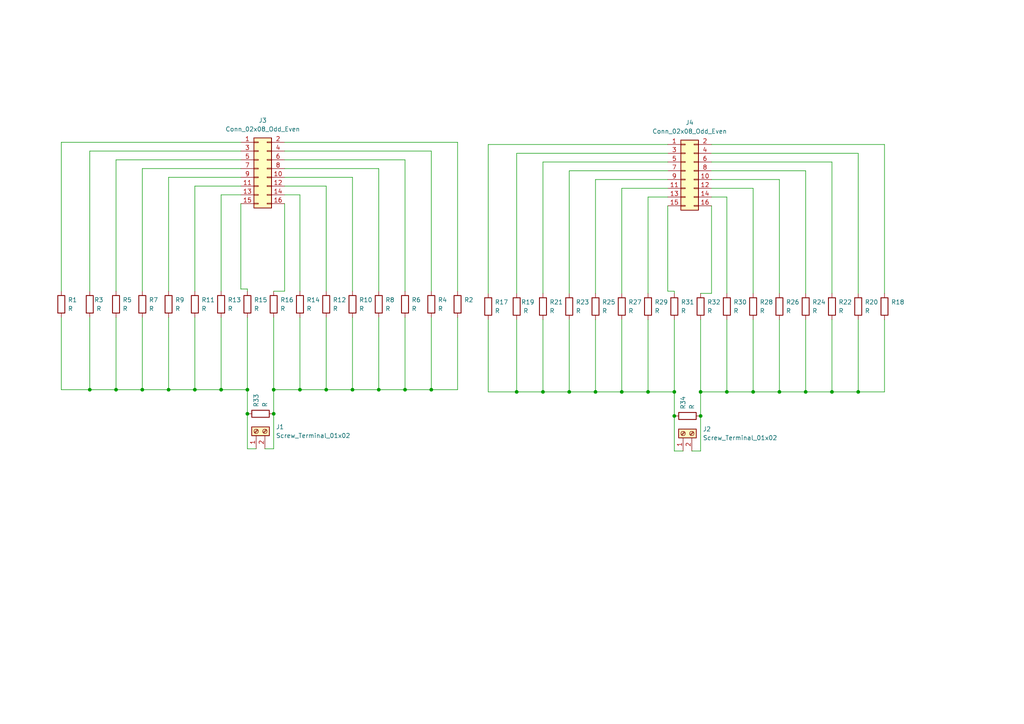
<source format=kicad_sch>
(kicad_sch (version 20230121) (generator eeschema)
  (paper "A4")
  (lib_symbols
    (symbol "Connector:Screw_Terminal_01x02" (pin_names (offset 1.016) hide)
      (property "Reference" "J" (at 0 2.54 0))
      (property "Value" "Screw_Terminal_01x02" (at 0 -5.08 0))
      (symbol "Screw_Terminal_01x02_1_1"
        (rectangle (start -1.27 1.27) (end 1.27 -3.81) (stroke (width 0.254)) (fill (type background)))
        (circle (center 0 -2.54) (radius 0.635) (stroke (width 0.1524)))
        (polyline (pts (xy -0.5334 -2.2098) (xy 0.3302 -3.048)) (stroke (width 0.1524)))
        (polyline (pts (xy -0.5334 0.3302) (xy 0.3302 -0.508)) (stroke (width 0.1524)))
        (polyline (pts (xy -0.3556 -2.032) (xy 0.508 -2.8702)) (stroke (width 0.1524)))
        (polyline (pts (xy -0.3556 0.508) (xy 0.508 -0.3302)) (stroke (width 0.1524)))
        (circle (center 0 0) (radius 0.635) (stroke (width 0.1524)))
        (pin passive line (at -5.08 0 0) (length 3.81) (name "Pin_1") (number "1"))
        (pin passive line (at -5.08 -2.54 0) (length 3.81) (name "Pin_2") (number "2"))
      )
    )
    (symbol "Connector_Generic:Conn_02x08_Odd_Even" (pin_names (offset 1.016) hide)
      (property "Reference" "J" (at 1.27 10.16 0))
      (property "Value" "Conn_02x08_Odd_Even" (at 1.27 -12.7 0))
      (symbol "Conn_02x08_Odd_Even_1_1"
        (rectangle (start -1.27 -10.033) (end 0 -10.287) (stroke (width 0.1524)))
        (rectangle (start -1.27 -7.493) (end 0 -7.747) (stroke (width 0.1524)))
        (rectangle (start -1.27 -4.953) (end 0 -5.207) (stroke (width 0.1524)))
        (rectangle (start -1.27 -2.413) (end 0 -2.667) (stroke (width 0.1524)))
        (rectangle (start -1.27 0.127) (end 0 -0.127) (stroke (width 0.1524)))
        (rectangle (start -1.27 2.667) (end 0 2.413) (stroke (width 0.1524)))
        (rectangle (start -1.27 5.207) (end 0 4.953) (stroke (width 0.1524)))
        (rectangle (start -1.27 7.747) (end 0 7.493) (stroke (width 0.1524)))
        (rectangle (start -1.27 8.89) (end 3.81 -11.43) (stroke (width 0.254)) (fill (type background)))
        (rectangle (start 3.81 -10.033) (end 2.54 -10.287) (stroke (width 0.1524)))
        (rectangle (start 3.81 -7.493) (end 2.54 -7.747) (stroke (width 0.1524)))
        (rectangle (start 3.81 -4.953) (end 2.54 -5.207) (stroke (width 0.1524)))
        (rectangle (start 3.81 -2.413) (end 2.54 -2.667) (stroke (width 0.1524)))
        (rectangle (start 3.81 0.127) (end 2.54 -0.127) (stroke (width 0.1524)))
        (rectangle (start 3.81 2.667) (end 2.54 2.413) (stroke (width 0.1524)))
        (rectangle (start 3.81 5.207) (end 2.54 4.953) (stroke (width 0.1524)))
        (rectangle (start 3.81 7.747) (end 2.54 7.493) (stroke (width 0.1524)))
        (pin passive line (at -5.08 7.62 0) (length 3.81) (name "Pin_1") (number "1"))
        (pin passive line (at 7.62 -2.54 180) (length 3.81) (name "Pin_10") (number "10"))
        (pin passive line (at -5.08 -5.08 0) (length 3.81) (name "Pin_11") (number "11"))
        (pin passive line (at 7.62 -5.08 180) (length 3.81) (name "Pin_12") (number "12"))
        (pin passive line (at -5.08 -7.62 0) (length 3.81) (name "Pin_13") (number "13"))
        (pin passive line (at 7.62 -7.62 180) (length 3.81) (name "Pin_14") (number "14"))
        (pin passive line (at -5.08 -10.16 0) (length 3.81) (name "Pin_15") (number "15"))
        (pin passive line (at 7.62 -10.16 180) (length 3.81) (name "Pin_16") (number "16"))
        (pin passive line (at 7.62 7.62 180) (length 3.81) (name "Pin_2") (number "2"))
        (pin passive line (at -5.08 5.08 0) (length 3.81) (name "Pin_3") (number "3"))
        (pin passive line (at 7.62 5.08 180) (length 3.81) (name "Pin_4") (number "4"))
        (pin passive line (at -5.08 2.54 0) (length 3.81) (name "Pin_5") (number "5"))
        (pin passive line (at 7.62 2.54 180) (length 3.81) (name "Pin_6") (number "6"))
        (pin passive line (at -5.08 0 0) (length 3.81) (name "Pin_7") (number "7"))
        (pin passive line (at 7.62 0 180) (length 3.81) (name "Pin_8") (number "8"))
        (pin passive line (at -5.08 -2.54 0) (length 3.81) (name "Pin_9") (number "9"))
      )
    )
    (symbol "Device:R" (pin_numbers hide) (pin_names (offset 0))
      (property "Reference" "R" (at 2.032 0 90))
      (property "Value" "R" (at 0 0 90))
      (symbol "R_0_1"
        (rectangle (start -1.016 -2.54) (end 1.016 2.54) (stroke (width 0.254)))
      )
      (symbol "R_1_1"
        (pin passive line (at 0 3.81 270) (length 1.27) (name "~") (number "1"))
        (pin passive line (at 0 -3.81 90) (length 1.27) (name "~") (number "2"))
      )
    )
  )
  (junction (at 172.72 113.665))
  (junction (at 241.3 113.665))
  (junction (at 203.2 120.65))
  (junction (at 94.615 113.03))
  (junction (at 157.48 113.665))
  (junction (at 41.275 113.03))
  (junction (at 187.96 113.665))
  (junction (at 117.475 113.03))
  (junction (at 48.895 113.03))
  (junction (at 64.135 113.03))
  (junction (at 180.34 113.665))
  (junction (at 26.035 113.03))
  (junction (at 102.235 113.03))
  (junction (at 125.095 113.03))
  (junction (at 210.82 113.665))
  (junction (at 195.58 113.665))
  (junction (at 195.58 120.65))
  (junction (at 149.86 113.665))
  (junction (at 165.1 113.665))
  (junction (at 233.68 113.665))
  (junction (at 86.995 113.03))
  (junction (at 71.755 113.03))
  (junction (at 79.375 113.03))
  (junction (at 56.515 113.03))
  (junction (at 218.44 113.665))
  (junction (at 226.06 113.665))
  (junction (at 248.92 113.665))
  (junction (at 71.755 120.015))
  (junction (at 109.855 113.03))
  (junction (at 79.375 120.015))
  (junction (at 203.2 113.665))
  (junction (at 33.655 113.03))
  (wire (pts (xy 187.96 57.15) (xy 187.96 85.09)))
  (wire (pts (xy 218.44 113.665) (xy 226.06 113.665)))
  (wire (pts (xy 102.235 113.03) (xy 109.855 113.03)))
  (wire (pts (xy 82.55 59.055) (xy 82.55 84.455)))
  (wire (pts (xy 109.855 48.895) (xy 109.855 84.455)))
  (wire (pts (xy 195.58 120.65) (xy 195.58 130.81)))
  (wire (pts (xy 193.675 54.61) (xy 180.34 54.61)))
  (wire (pts (xy 17.78 41.275) (xy 17.78 84.455)))
  (wire (pts (xy 79.375 120.015) (xy 79.375 130.175)))
  (wire (pts (xy 94.615 113.03) (xy 102.235 113.03)))
  (wire (pts (xy 33.655 113.03) (xy 26.035 113.03)))
  (wire (pts (xy 180.34 113.665) (xy 187.96 113.665)))
  (wire (pts (xy 82.55 43.815) (xy 125.095 43.815)))
  (wire (pts (xy 86.995 84.455) (xy 86.995 56.515)))
  (wire (pts (xy 248.92 92.71) (xy 248.92 113.665)))
  (wire (pts (xy 109.855 113.03) (xy 117.475 113.03)))
  (wire (pts (xy 69.85 53.975) (xy 56.515 53.975)))
  (wire (pts (xy 26.035 92.075) (xy 26.035 113.03)))
  (wire (pts (xy 71.755 92.075) (xy 71.755 113.03)))
  (wire (pts (xy 149.86 92.71) (xy 149.86 113.665)))
  (wire (pts (xy 206.375 46.99) (xy 241.3 46.99)))
  (wire (pts (xy 165.1 49.53) (xy 165.1 85.09)))
  (wire (pts (xy 226.06 85.09) (xy 226.06 52.07)))
  (wire (pts (xy 241.3 46.99) (xy 241.3 85.09)))
  (wire (pts (xy 94.615 92.075) (xy 94.615 113.03)))
  (wire (pts (xy 210.82 57.15) (xy 206.375 57.15)))
  (wire (pts (xy 26.035 113.03) (xy 17.78 113.03)))
  (wire (pts (xy 94.615 53.975) (xy 94.615 84.455)))
  (wire (pts (xy 117.475 92.075) (xy 117.475 113.03)))
  (wire (pts (xy 198.12 130.81) (xy 195.58 130.81)))
  (wire (pts (xy 210.82 85.09) (xy 210.82 57.15)))
  (wire (pts (xy 79.375 92.075) (xy 79.375 113.03)))
  (wire (pts (xy 157.48 113.665) (xy 165.1 113.665)))
  (wire (pts (xy 195.58 92.71) (xy 195.58 113.665)))
  (wire (pts (xy 256.54 92.71) (xy 256.54 113.665)))
  (wire (pts (xy 193.675 59.69) (xy 193.675 84.455)))
  (wire (pts (xy 141.605 92.71) (xy 141.605 113.665)))
  (wire (pts (xy 256.54 41.91) (xy 256.54 85.09)))
  (wire (pts (xy 172.72 52.07) (xy 172.72 85.09)))
  (wire (pts (xy 69.85 56.515) (xy 64.135 56.515)))
  (wire (pts (xy 109.855 92.075) (xy 109.855 113.03)))
  (wire (pts (xy 157.48 46.99) (xy 193.675 46.99)))
  (wire (pts (xy 193.675 57.15) (xy 187.96 57.15)))
  (wire (pts (xy 157.48 92.71) (xy 157.48 113.665)))
  (wire (pts (xy 125.095 43.815) (xy 125.095 84.455)))
  (wire (pts (xy 86.995 56.515) (xy 82.55 56.515)))
  (wire (pts (xy 125.095 92.075) (xy 125.095 113.03)))
  (wire (pts (xy 41.275 48.895) (xy 41.275 84.455)))
  (wire (pts (xy 233.68 92.71) (xy 233.68 113.665)))
  (wire (pts (xy 26.035 43.815) (xy 26.035 84.455)))
  (wire (pts (xy 102.235 84.455) (xy 102.235 51.435)))
  (wire (pts (xy 79.375 130.175) (xy 76.835 130.175)))
  (wire (pts (xy 69.85 51.435) (xy 48.895 51.435)))
  (wire (pts (xy 233.68 49.53) (xy 233.68 85.09)))
  (wire (pts (xy 69.85 59.055) (xy 69.85 83.82)))
  (wire (pts (xy 74.295 130.175) (xy 71.755 130.175)))
  (wire (pts (xy 241.3 92.71) (xy 241.3 113.665)))
  (wire (pts (xy 210.82 113.665) (xy 218.44 113.665)))
  (wire (pts (xy 48.895 51.435) (xy 48.895 84.455)))
  (wire (pts (xy 203.2 85.09) (xy 206.375 85.09)))
  (wire (pts (xy 226.06 113.665) (xy 233.68 113.665)))
  (wire (pts (xy 48.895 113.03) (xy 56.515 113.03)))
  (wire (pts (xy 203.2 130.81) (xy 200.66 130.81)))
  (wire (pts (xy 233.68 113.665) (xy 241.3 113.665)))
  (wire (pts (xy 17.78 92.075) (xy 17.78 113.03)))
  (wire (pts (xy 86.995 113.03) (xy 94.615 113.03)))
  (wire (pts (xy 64.135 56.515) (xy 64.135 84.455)))
  (wire (pts (xy 71.755 83.82) (xy 71.755 84.455)))
  (wire (pts (xy 248.92 113.665) (xy 256.54 113.665)))
  (wire (pts (xy 71.755 120.015) (xy 71.755 130.175)))
  (wire (pts (xy 33.655 46.355) (xy 69.85 46.355)))
  (wire (pts (xy 193.675 44.45) (xy 149.86 44.45)))
  (wire (pts (xy 33.655 113.03) (xy 41.275 113.03)))
  (wire (pts (xy 203.2 92.71) (xy 203.2 113.665)))
  (wire (pts (xy 172.72 92.71) (xy 172.72 113.665)))
  (wire (pts (xy 69.85 48.895) (xy 41.275 48.895)))
  (wire (pts (xy 56.515 53.975) (xy 56.515 84.455)))
  (wire (pts (xy 117.475 46.355) (xy 117.475 84.455)))
  (wire (pts (xy 132.715 41.275) (xy 132.715 84.455)))
  (wire (pts (xy 193.675 41.91) (xy 141.605 41.91)))
  (wire (pts (xy 71.755 113.03) (xy 71.755 120.015)))
  (wire (pts (xy 149.86 44.45) (xy 149.86 85.09)))
  (wire (pts (xy 82.55 46.355) (xy 117.475 46.355)))
  (wire (pts (xy 141.605 41.91) (xy 141.605 85.09)))
  (wire (pts (xy 64.135 113.03) (xy 71.755 113.03)))
  (wire (pts (xy 69.85 41.275) (xy 17.78 41.275)))
  (wire (pts (xy 149.86 113.665) (xy 141.605 113.665)))
  (wire (pts (xy 180.34 92.71) (xy 180.34 113.665)))
  (wire (pts (xy 82.55 41.275) (xy 132.715 41.275)))
  (wire (pts (xy 206.375 49.53) (xy 233.68 49.53)))
  (wire (pts (xy 193.675 49.53) (xy 165.1 49.53)))
  (wire (pts (xy 41.275 92.075) (xy 41.275 113.03)))
  (wire (pts (xy 79.375 113.03) (xy 86.995 113.03)))
  (wire (pts (xy 69.85 83.82) (xy 71.755 83.82)))
  (wire (pts (xy 79.375 120.015) (xy 79.375 113.03)))
  (wire (pts (xy 180.34 54.61) (xy 180.34 85.09)))
  (wire (pts (xy 157.48 113.665) (xy 149.86 113.665)))
  (wire (pts (xy 33.655 84.455) (xy 33.655 46.355)))
  (wire (pts (xy 206.375 59.69) (xy 206.375 85.09)))
  (wire (pts (xy 125.095 113.03) (xy 132.715 113.03)))
  (wire (pts (xy 165.1 92.71) (xy 165.1 113.665)))
  (wire (pts (xy 82.55 48.895) (xy 109.855 48.895)))
  (wire (pts (xy 226.06 92.71) (xy 226.06 113.665)))
  (wire (pts (xy 157.48 85.09) (xy 157.48 46.99)))
  (wire (pts (xy 193.675 84.455) (xy 195.58 84.455)))
  (wire (pts (xy 241.3 113.665) (xy 248.92 113.665)))
  (wire (pts (xy 172.72 113.665) (xy 180.34 113.665)))
  (wire (pts (xy 187.96 92.71) (xy 187.96 113.665)))
  (wire (pts (xy 195.58 84.455) (xy 195.58 85.09)))
  (wire (pts (xy 86.995 92.075) (xy 86.995 113.03)))
  (wire (pts (xy 218.44 92.71) (xy 218.44 113.665)))
  (wire (pts (xy 56.515 92.075) (xy 56.515 113.03)))
  (wire (pts (xy 210.82 92.71) (xy 210.82 113.665)))
  (wire (pts (xy 41.275 113.03) (xy 48.895 113.03)))
  (wire (pts (xy 165.1 113.665) (xy 172.72 113.665)))
  (wire (pts (xy 79.375 84.455) (xy 82.55 84.455)))
  (wire (pts (xy 206.375 52.07) (xy 226.06 52.07)))
  (wire (pts (xy 203.2 113.665) (xy 210.82 113.665)))
  (wire (pts (xy 56.515 113.03) (xy 64.135 113.03)))
  (wire (pts (xy 102.235 92.075) (xy 102.235 113.03)))
  (wire (pts (xy 206.375 54.61) (xy 218.44 54.61)))
  (wire (pts (xy 48.895 92.075) (xy 48.895 113.03)))
  (wire (pts (xy 203.2 120.65) (xy 203.2 113.665)))
  (wire (pts (xy 195.58 113.665) (xy 195.58 120.65)))
  (wire (pts (xy 193.675 52.07) (xy 172.72 52.07)))
  (wire (pts (xy 187.96 113.665) (xy 195.58 113.665)))
  (wire (pts (xy 206.375 41.91) (xy 256.54 41.91)))
  (wire (pts (xy 117.475 113.03) (xy 125.095 113.03)))
  (wire (pts (xy 203.2 120.65) (xy 203.2 130.81)))
  (wire (pts (xy 82.55 51.435) (xy 102.235 51.435)))
  (wire (pts (xy 248.92 44.45) (xy 248.92 85.09)))
  (wire (pts (xy 218.44 54.61) (xy 218.44 85.09)))
  (wire (pts (xy 69.85 43.815) (xy 26.035 43.815)))
  (wire (pts (xy 33.655 92.075) (xy 33.655 113.03)))
  (wire (pts (xy 82.55 53.975) (xy 94.615 53.975)))
  (wire (pts (xy 206.375 44.45) (xy 248.92 44.45)))
  (wire (pts (xy 132.715 92.075) (xy 132.715 113.03)))
  (wire (pts (xy 64.135 92.075) (xy 64.135 113.03)))
  (symbol (lib_id "Device:R") (at 210.82 88.9 0) (unit 1)
    (property "Reference" "R30" (at 212.725 87.63 0) (effects (justify left)))
    (property "Value" "R" (at 212.725 90.17 0) (effects (justify left)))
    (property "Footprint" "Resistor_THT:R_Axial_DIN0207_L6.3mm_D2.5mm_P7.62mm_Horizontal" (effects hide))
  )
  (symbol (lib_id "Device:R") (at 256.54 88.9 0) (unit 1)
    (property "Reference" "R18" (at 258.445 87.63 0) (effects (justify left)))
    (property "Value" "R" (effects hide))
    (property "Footprint" "Resistor_THT:R_Axial_DIN0207_L6.3mm_D2.5mm_P7.62mm_Horizontal" (effects hide))
  )
  (symbol (lib_id "Connector:Screw_Terminal_01x02") (at 74.295 125.095 90) (unit 1)
    (property "Reference" "J1" (at 80.01 123.825 90) (effects (justify right)))
    (property "Value" "Screw_Terminal_01x02" (at 80.01 126.365 90) (effects (justify right)))
    (property "Footprint" "TerminalBlock_Phoenix:TerminalBlock_Phoenix_MKDS-1,5-2-5.08_1x02_P5.08mm_Horizontal" (effects hide))
  )
  (symbol (lib_id "Device:R") (at 233.68 88.9 0) (unit 1)
    (property "Reference" "R24" (at 235.585 87.63 0) (effects (justify left)))
    (property "Value" "R" (at 235.585 90.17 0) (effects (justify left)))
    (property "Footprint" "Resistor_THT:R_Axial_DIN0207_L6.3mm_D2.5mm_P7.62mm_Horizontal" (effects hide))
  )
  (symbol (lib_id "Connector_Generic:Conn_02x08_Odd_Even") (at 74.93 48.895 0) (unit 1)
    (property "Reference" "J3" (at 76.2 34.925 0))
    (property "Value" "Conn_02x08_Odd_Even" (at 76.2 37.465 0))
    (property "Footprint" "Connector_IDC:IDC-Header_2x08_P2.54mm_Vertical" (effects hide))
  )
  (symbol (lib_id "Device:R") (at 17.78 88.265 0) (unit 1)
    (property "Reference" "R1" (at 19.685 86.995 0) (effects (justify left)))
    (property "Value" "R" (at 19.685 89.535 0) (effects (justify left)))
    (property "Footprint" "Resistor_THT:R_Axial_DIN0207_L6.3mm_D2.5mm_P7.62mm_Horizontal" (effects hide))
  )
  (symbol (lib_id "Device:R") (at 109.855 88.265 0) (unit 1)
    (property "Reference" "R8" (at 111.76 86.995 0) (effects (justify left)))
    (property "Value" "R" (at 111.76 89.535 0) (effects (justify left)))
    (property "Footprint" "Resistor_THT:R_Axial_DIN0207_L6.3mm_D2.5mm_P7.62mm_Horizontal" (effects hide))
  )
  (symbol (lib_id "Device:R") (at 33.655 88.265 0) (unit 1)
    (property "Reference" "R5" (at 35.56 86.995 0) (effects (justify left)))
    (property "Value" "R" (at 35.56 89.535 0) (effects (justify left)))
    (property "Footprint" "Resistor_THT:R_Axial_DIN0207_L6.3mm_D2.5mm_P7.62mm_Horizontal" (effects hide))
  )
  (symbol (lib_id "Device:R") (at 149.86 88.9 0) (unit 1)
    (property "Reference" "R19" (at 151.13 87.63 0) (effects (justify left)))
    (property "Value" "R" (at 151.765 90.17 0) (effects (justify left)))
    (property "Footprint" "Resistor_THT:R_Axial_DIN0207_L6.3mm_D2.5mm_P7.62mm_Horizontal" (effects hide))
  )
  (symbol (lib_id "Device:R") (at 86.995 88.265 0) (unit 1)
    (property "Reference" "R14" (at 88.9 86.995 0) (effects (justify left)))
    (property "Value" "R" (at 88.9 89.535 0) (effects (justify left)))
    (property "Footprint" "Resistor_THT:R_Axial_DIN0207_L6.3mm_D2.5mm_P7.62mm_Horizontal" (effects hide))
  )
  (symbol (lib_id "Device:R") (at 125.095 88.265 0) (unit 1)
    (property "Reference" "R4" (at 127 86.995 0) (effects (justify left)))
    (property "Value" "R" (at 127 89.535 0) (effects (justify left)))
    (property "Footprint" "Resistor_THT:R_Axial_DIN0207_L6.3mm_D2.5mm_P7.62mm_Horizontal" (effects hide))
  )
  (symbol (lib_id "Device:R") (at 94.615 88.265 0) (unit 1)
    (property "Reference" "R12" (at 96.52 86.995 0) (effects (justify left)))
    (property "Value" "R" (at 96.52 89.535 0) (effects (justify left)))
    (property "Footprint" "Resistor_THT:R_Axial_DIN0207_L6.3mm_D2.5mm_P7.62mm_Horizontal" (effects hide))
  )
  (symbol (lib_id "Connector_Generic:Conn_02x08_Odd_Even") (at 198.755 49.53 0) (unit 1)
    (property "Reference" "J4" (at 200.025 35.56 0))
    (property "Value" "Conn_02x08_Odd_Even" (at 200.025 38.1 0))
    (property "Footprint" "Connector_IDC:IDC-Header_2x08_P2.54mm_Vertical" (effects hide))
  )
  (symbol (lib_id "Device:R") (at 117.475 88.265 0) (unit 1)
    (property "Reference" "R6" (at 119.38 86.995 0) (effects (justify left)))
    (property "Value" "R" (at 119.38 89.535 0) (effects (justify left)))
    (property "Footprint" "Resistor_THT:R_Axial_DIN0207_L6.3mm_D2.5mm_P7.62mm_Horizontal" (effects hide))
  )
  (symbol (lib_id "Device:R") (at 75.565 120.015 90) (unit 1)
    (property "Reference" "R33" (at 74.295 118.11 0) (effects (justify left)))
    (property "Value" "R" (at 76.835 118.11 0) (effects (justify left)))
    (property "Footprint" "Resistor_THT:R_Axial_DIN0207_L6.3mm_D2.5mm_P7.62mm_Horizontal" (effects hide))
  )
  (symbol (lib_id "Device:R") (at 26.035 88.265 0) (unit 1)
    (property "Reference" "R3" (at 27.305 86.995 0) (effects (justify left)))
    (property "Value" "R" (at 27.94 89.535 0) (effects (justify left)))
    (property "Footprint" "Resistor_THT:R_Axial_DIN0207_L6.3mm_D2.5mm_P7.62mm_Horizontal" (effects hide))
  )
  (symbol (lib_id "Device:R") (at 248.92 88.9 0) (unit 1)
    (property "Reference" "R20" (at 250.825 87.63 0) (effects (justify left)))
    (property "Value" "R" (at 250.825 90.17 0) (effects (justify left)))
    (property "Footprint" "Resistor_THT:R_Axial_DIN0207_L6.3mm_D2.5mm_P7.62mm_Horizontal" (effects hide))
  )
  (symbol (lib_id "Device:R") (at 195.58 88.9 0) (unit 1)
    (property "Reference" "R31" (at 197.485 87.63 0) (effects (justify left)))
    (property "Value" "R" (at 197.485 90.17 0) (effects (justify left)))
    (property "Footprint" "Resistor_THT:R_Axial_DIN0207_L6.3mm_D2.5mm_P7.62mm_Horizontal" (effects hide))
  )
  (symbol (lib_id "Device:R") (at 226.06 88.9 0) (unit 1)
    (property "Reference" "R26" (at 227.965 87.63 0) (effects (justify left)))
    (property "Value" "R" (at 227.965 90.17 0) (effects (justify left)))
    (property "Footprint" "Resistor_THT:R_Axial_DIN0207_L6.3mm_D2.5mm_P7.62mm_Horizontal" (effects hide))
  )
  (symbol (lib_id "Device:R") (at 218.44 88.9 0) (unit 1)
    (property "Reference" "R28" (at 220.345 87.63 0) (effects (justify left)))
    (property "Value" "R" (at 220.345 90.17 0) (effects (justify left)))
    (property "Footprint" "Resistor_THT:R_Axial_DIN0207_L6.3mm_D2.5mm_P7.62mm_Horizontal" (effects hide))
  )
  (symbol (lib_id "Device:R") (at 165.1 88.9 0) (unit 1)
    (property "Reference" "R23" (at 167.005 87.63 0) (effects (justify left)))
    (property "Value" "R" (at 167.005 90.17 0) (effects (justify left)))
    (property "Footprint" "Resistor_THT:R_Axial_DIN0207_L6.3mm_D2.5mm_P7.62mm_Horizontal" (effects hide))
  )
  (symbol (lib_id "Connector:Screw_Terminal_01x02") (at 198.12 125.73 90) (unit 1)
    (property "Reference" "J2" (at 203.835 124.46 90) (effects (justify right)))
    (property "Value" "Screw_Terminal_01x02" (at 203.835 127 90) (effects (justify right)))
    (property "Footprint" "TerminalBlock_Phoenix:TerminalBlock_Phoenix_MKDS-1,5-2-5.08_1x02_P5.08mm_Horizontal" (effects hide))
  )
  (symbol (lib_id "Device:R") (at 132.715 88.265 0) (unit 1)
    (property "Reference" "R2" (at 134.62 86.995 0) (effects (justify left)))
    (property "Value" "R" (effects hide))
    (property "Footprint" "Resistor_THT:R_Axial_DIN0207_L6.3mm_D2.5mm_P7.62mm_Horizontal" (effects hide))
  )
  (symbol (lib_id "Device:R") (at 157.48 88.9 0) (unit 1)
    (property "Reference" "R21" (at 159.385 87.63 0) (effects (justify left)))
    (property "Value" "R" (at 159.385 90.17 0) (effects (justify left)))
    (property "Footprint" "Resistor_THT:R_Axial_DIN0207_L6.3mm_D2.5mm_P7.62mm_Horizontal" (effects hide))
  )
  (symbol (lib_id "Device:R") (at 199.39 120.65 90) (unit 1)
    (property "Reference" "R34" (at 198.12 118.745 0) (effects (justify left)))
    (property "Value" "R" (at 200.66 118.745 0) (effects (justify left)))
    (property "Footprint" "Resistor_THT:R_Axial_DIN0207_L6.3mm_D2.5mm_P7.62mm_Horizontal" (effects hide))
  )
  (symbol (lib_id "Device:R") (at 71.755 88.265 0) (unit 1)
    (property "Reference" "R15" (at 73.66 86.995 0) (effects (justify left)))
    (property "Value" "R" (at 73.66 89.535 0) (effects (justify left)))
    (property "Footprint" "Resistor_THT:R_Axial_DIN0207_L6.3mm_D2.5mm_P7.62mm_Horizontal" (effects hide))
  )
  (symbol (lib_id "Device:R") (at 187.96 88.9 0) (unit 1)
    (property "Reference" "R29" (at 189.865 87.63 0) (effects (justify left)))
    (property "Value" "R" (at 189.865 90.17 0) (effects (justify left)))
    (property "Footprint" "Resistor_THT:R_Axial_DIN0207_L6.3mm_D2.5mm_P7.62mm_Horizontal" (effects hide))
  )
  (symbol (lib_id "Device:R") (at 102.235 88.265 0) (unit 1)
    (property "Reference" "R10" (at 104.14 86.995 0) (effects (justify left)))
    (property "Value" "R" (at 104.14 89.535 0) (effects (justify left)))
    (property "Footprint" "Resistor_THT:R_Axial_DIN0207_L6.3mm_D2.5mm_P7.62mm_Horizontal" (effects hide))
  )
  (symbol (lib_id "Device:R") (at 141.605 88.9 0) (unit 1)
    (property "Reference" "R17" (at 143.51 87.63 0) (effects (justify left)))
    (property "Value" "R" (at 143.51 90.17 0) (effects (justify left)))
    (property "Footprint" "Resistor_THT:R_Axial_DIN0207_L6.3mm_D2.5mm_P7.62mm_Horizontal" (effects hide))
  )
  (symbol (lib_id "Device:R") (at 48.895 88.265 0) (unit 1)
    (property "Reference" "R9" (at 50.8 86.995 0) (effects (justify left)))
    (property "Value" "R" (at 50.8 89.535 0) (effects (justify left)))
    (property "Footprint" "Resistor_THT:R_Axial_DIN0207_L6.3mm_D2.5mm_P7.62mm_Horizontal" (effects hide))
  )
  (symbol (lib_id "Device:R") (at 241.3 88.9 0) (unit 1)
    (property "Reference" "R22" (at 243.205 87.63 0) (effects (justify left)))
    (property "Value" "R" (at 243.205 90.17 0) (effects (justify left)))
    (property "Footprint" "Resistor_THT:R_Axial_DIN0207_L6.3mm_D2.5mm_P7.62mm_Horizontal" (effects hide))
  )
  (symbol (lib_id "Device:R") (at 41.275 88.265 0) (unit 1)
    (property "Reference" "R7" (at 43.18 86.995 0) (effects (justify left)))
    (property "Value" "R" (at 43.18 89.535 0) (effects (justify left)))
    (property "Footprint" "Resistor_THT:R_Axial_DIN0207_L6.3mm_D2.5mm_P7.62mm_Horizontal" (effects hide))
  )
  (symbol (lib_id "Device:R") (at 180.34 88.9 0) (unit 1)
    (property "Reference" "R27" (at 182.245 87.63 0) (effects (justify left)))
    (property "Value" "R" (at 182.245 90.17 0) (effects (justify left)))
    (property "Footprint" "Resistor_THT:R_Axial_DIN0207_L6.3mm_D2.5mm_P7.62mm_Horizontal" (effects hide))
  )
  (symbol (lib_id "Device:R") (at 56.515 88.265 0) (unit 1)
    (property "Reference" "R11" (at 58.42 86.995 0) (effects (justify left)))
    (property "Value" "R" (at 58.42 89.535 0) (effects (justify left)))
    (property "Footprint" "Resistor_THT:R_Axial_DIN0207_L6.3mm_D2.5mm_P7.62mm_Horizontal" (effects hide))
  )
  (symbol (lib_id "Device:R") (at 203.2 88.9 0) (unit 1)
    (property "Reference" "R32" (at 205.105 87.63 0) (effects (justify left)))
    (property "Value" "R" (at 205.105 90.17 0) (effects (justify left)))
    (property "Footprint" "Resistor_THT:R_Axial_DIN0207_L6.3mm_D2.5mm_P7.62mm_Horizontal" (effects hide))
  )
  (symbol (lib_id "Device:R") (at 64.135 88.265 0) (unit 1)
    (property "Reference" "R13" (at 66.04 86.995 0) (effects (justify left)))
    (property "Value" "R" (at 66.04 89.535 0) (effects (justify left)))
    (property "Footprint" "Resistor_THT:R_Axial_DIN0207_L6.3mm_D2.5mm_P7.62mm_Horizontal" (effects hide))
  )
  (symbol (lib_id "Device:R") (at 172.72 88.9 0) (unit 1)
    (property "Reference" "R25" (at 174.625 87.63 0) (effects (justify left)))
    (property "Value" "R" (at 174.625 90.17 0) (effects (justify left)))
    (property "Footprint" "Resistor_THT:R_Axial_DIN0207_L6.3mm_D2.5mm_P7.62mm_Horizontal" (effects hide))
  )
  (symbol (lib_id "Device:R") (at 79.375 88.265 0) (unit 1)
    (property "Reference" "R16" (at 81.28 86.995 0) (effects (justify left)))
    (property "Value" "R" (at 81.28 89.535 0) (effects (justify left)))
    (property "Footprint" "Resistor_THT:R_Axial_DIN0207_L6.3mm_D2.5mm_P7.62mm_Horizontal" (effects hide))
  )
)
</source>
